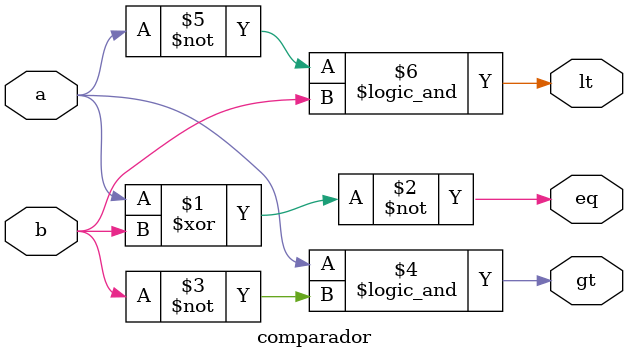
<source format=v>
module comparador (
    input wire a,
    input wire b,
    output wire gt,
    output wire lt,
    output wire eq
);

    assign eq = ~(a ^ b);  // eq = 1 cuando a y b son iguales
    assign gt = a && ~b;
    assign lt = ~a && b;


endmodule

</source>
